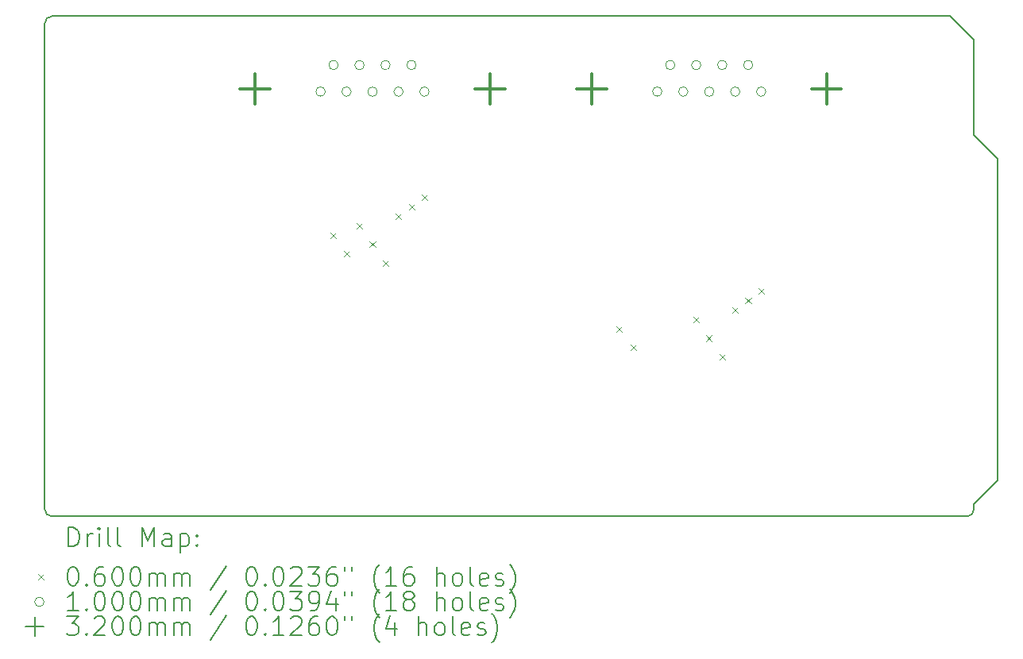
<source format=gbr>
%TF.GenerationSoftware,KiCad,Pcbnew,8.0.5*%
%TF.CreationDate,2024-09-14T17:32:59+01:00*%
%TF.ProjectId,RS232Board,52533233-3242-46f6-9172-642e6b696361,rev?*%
%TF.SameCoordinates,Original*%
%TF.FileFunction,Drillmap*%
%TF.FilePolarity,Positive*%
%FSLAX45Y45*%
G04 Gerber Fmt 4.5, Leading zero omitted, Abs format (unit mm)*
G04 Created by KiCad (PCBNEW 8.0.5) date 2024-09-14 17:32:59*
%MOMM*%
%LPD*%
G01*
G04 APERTURE LIST*
%ADD10C,0.150000*%
%ADD11C,0.200000*%
%ADD12C,0.100000*%
%ADD13C,0.320000*%
G04 APERTURE END LIST*
D10*
X19906000Y-5936000D02*
X20160000Y-6190000D01*
X10000000Y-9923800D02*
X10000000Y-4742200D01*
X20160000Y-6190000D02*
X20160000Y-9619000D01*
X19829800Y-10000000D02*
X10076200Y-10000000D01*
X10076200Y-4666000D02*
X19652000Y-4666000D01*
X10076200Y-10000000D02*
G75*
G02*
X10000000Y-9923800I0J76200D01*
G01*
X20160000Y-9619000D02*
X19906000Y-9873000D01*
X19652000Y-4666000D02*
X19906000Y-4920000D01*
X19906000Y-9923800D02*
G75*
G02*
X19829800Y-10000000I-76200J0D01*
G01*
X19906000Y-4920000D02*
X19906000Y-5936000D01*
X19906000Y-9873000D02*
X19906000Y-9923800D01*
X10000000Y-4742200D02*
G75*
G02*
X10076200Y-4666000I76200J0D01*
G01*
D11*
D12*
X13048000Y-6970000D02*
X13108000Y-7030000D01*
X13108000Y-6970000D02*
X13048000Y-7030000D01*
X13186500Y-7170000D02*
X13246500Y-7230000D01*
X13246500Y-7170000D02*
X13186500Y-7230000D01*
X13325000Y-6870000D02*
X13385000Y-6930000D01*
X13385000Y-6870000D02*
X13325000Y-6930000D01*
X13463500Y-7070000D02*
X13523500Y-7130000D01*
X13523500Y-7070000D02*
X13463500Y-7130000D01*
X13602000Y-7270000D02*
X13662000Y-7330000D01*
X13662000Y-7270000D02*
X13602000Y-7330000D01*
X13740500Y-6770000D02*
X13800500Y-6830000D01*
X13800500Y-6770000D02*
X13740500Y-6830000D01*
X13879000Y-6670000D02*
X13939000Y-6730000D01*
X13939000Y-6670000D02*
X13879000Y-6730000D01*
X14017500Y-6570000D02*
X14077500Y-6630000D01*
X14077500Y-6570000D02*
X14017500Y-6630000D01*
X16095000Y-7970000D02*
X16155000Y-8030000D01*
X16155000Y-7970000D02*
X16095000Y-8030000D01*
X16245000Y-8170000D02*
X16305000Y-8230000D01*
X16305000Y-8170000D02*
X16245000Y-8230000D01*
X16914500Y-7870000D02*
X16974500Y-7930000D01*
X16974500Y-7870000D02*
X16914500Y-7930000D01*
X17053000Y-8070000D02*
X17113000Y-8130000D01*
X17113000Y-8070000D02*
X17053000Y-8130000D01*
X17191500Y-8270000D02*
X17251500Y-8330000D01*
X17251500Y-8270000D02*
X17191500Y-8330000D01*
X17330000Y-7770000D02*
X17390000Y-7830000D01*
X17390000Y-7770000D02*
X17330000Y-7830000D01*
X17468500Y-7670000D02*
X17528500Y-7730000D01*
X17528500Y-7670000D02*
X17468500Y-7730000D01*
X17607000Y-7570000D02*
X17667000Y-7630000D01*
X17667000Y-7570000D02*
X17607000Y-7630000D01*
X12989500Y-5470533D02*
G75*
G02*
X12889500Y-5470533I-50000J0D01*
G01*
X12889500Y-5470533D02*
G75*
G02*
X12989500Y-5470533I50000J0D01*
G01*
X13128000Y-5186533D02*
G75*
G02*
X13028000Y-5186533I-50000J0D01*
G01*
X13028000Y-5186533D02*
G75*
G02*
X13128000Y-5186533I50000J0D01*
G01*
X13266500Y-5470533D02*
G75*
G02*
X13166500Y-5470533I-50000J0D01*
G01*
X13166500Y-5470533D02*
G75*
G02*
X13266500Y-5470533I50000J0D01*
G01*
X13405000Y-5186533D02*
G75*
G02*
X13305000Y-5186533I-50000J0D01*
G01*
X13305000Y-5186533D02*
G75*
G02*
X13405000Y-5186533I50000J0D01*
G01*
X13543500Y-5470533D02*
G75*
G02*
X13443500Y-5470533I-50000J0D01*
G01*
X13443500Y-5470533D02*
G75*
G02*
X13543500Y-5470533I50000J0D01*
G01*
X13682000Y-5186533D02*
G75*
G02*
X13582000Y-5186533I-50000J0D01*
G01*
X13582000Y-5186533D02*
G75*
G02*
X13682000Y-5186533I50000J0D01*
G01*
X13820500Y-5470533D02*
G75*
G02*
X13720500Y-5470533I-50000J0D01*
G01*
X13720500Y-5470533D02*
G75*
G02*
X13820500Y-5470533I50000J0D01*
G01*
X13959000Y-5186533D02*
G75*
G02*
X13859000Y-5186533I-50000J0D01*
G01*
X13859000Y-5186533D02*
G75*
G02*
X13959000Y-5186533I50000J0D01*
G01*
X14097500Y-5470533D02*
G75*
G02*
X13997500Y-5470533I-50000J0D01*
G01*
X13997500Y-5470533D02*
G75*
G02*
X14097500Y-5470533I50000J0D01*
G01*
X16579000Y-5470533D02*
G75*
G02*
X16479000Y-5470533I-50000J0D01*
G01*
X16479000Y-5470533D02*
G75*
G02*
X16579000Y-5470533I50000J0D01*
G01*
X16717500Y-5186533D02*
G75*
G02*
X16617500Y-5186533I-50000J0D01*
G01*
X16617500Y-5186533D02*
G75*
G02*
X16717500Y-5186533I50000J0D01*
G01*
X16856000Y-5470533D02*
G75*
G02*
X16756000Y-5470533I-50000J0D01*
G01*
X16756000Y-5470533D02*
G75*
G02*
X16856000Y-5470533I50000J0D01*
G01*
X16994500Y-5186533D02*
G75*
G02*
X16894500Y-5186533I-50000J0D01*
G01*
X16894500Y-5186533D02*
G75*
G02*
X16994500Y-5186533I50000J0D01*
G01*
X17133000Y-5470533D02*
G75*
G02*
X17033000Y-5470533I-50000J0D01*
G01*
X17033000Y-5470533D02*
G75*
G02*
X17133000Y-5470533I50000J0D01*
G01*
X17271500Y-5186533D02*
G75*
G02*
X17171500Y-5186533I-50000J0D01*
G01*
X17171500Y-5186533D02*
G75*
G02*
X17271500Y-5186533I50000J0D01*
G01*
X17410000Y-5470533D02*
G75*
G02*
X17310000Y-5470533I-50000J0D01*
G01*
X17310000Y-5470533D02*
G75*
G02*
X17410000Y-5470533I50000J0D01*
G01*
X17548500Y-5186533D02*
G75*
G02*
X17448500Y-5186533I-50000J0D01*
G01*
X17448500Y-5186533D02*
G75*
G02*
X17548500Y-5186533I50000J0D01*
G01*
X17687000Y-5470533D02*
G75*
G02*
X17587000Y-5470533I-50000J0D01*
G01*
X17587000Y-5470533D02*
G75*
G02*
X17687000Y-5470533I50000J0D01*
G01*
D13*
X12243500Y-5280533D02*
X12243500Y-5600533D01*
X12083500Y-5440533D02*
X12403500Y-5440533D01*
X14743500Y-5280533D02*
X14743500Y-5600533D01*
X14583500Y-5440533D02*
X14903500Y-5440533D01*
X15833000Y-5280533D02*
X15833000Y-5600533D01*
X15673000Y-5440533D02*
X15993000Y-5440533D01*
X18333000Y-5280533D02*
X18333000Y-5600533D01*
X18173000Y-5440533D02*
X18493000Y-5440533D01*
D11*
X10253277Y-10318984D02*
X10253277Y-10118984D01*
X10253277Y-10118984D02*
X10300896Y-10118984D01*
X10300896Y-10118984D02*
X10329467Y-10128508D01*
X10329467Y-10128508D02*
X10348515Y-10147555D01*
X10348515Y-10147555D02*
X10358039Y-10166603D01*
X10358039Y-10166603D02*
X10367563Y-10204698D01*
X10367563Y-10204698D02*
X10367563Y-10233270D01*
X10367563Y-10233270D02*
X10358039Y-10271365D01*
X10358039Y-10271365D02*
X10348515Y-10290412D01*
X10348515Y-10290412D02*
X10329467Y-10309460D01*
X10329467Y-10309460D02*
X10300896Y-10318984D01*
X10300896Y-10318984D02*
X10253277Y-10318984D01*
X10453277Y-10318984D02*
X10453277Y-10185650D01*
X10453277Y-10223746D02*
X10462801Y-10204698D01*
X10462801Y-10204698D02*
X10472324Y-10195174D01*
X10472324Y-10195174D02*
X10491372Y-10185650D01*
X10491372Y-10185650D02*
X10510420Y-10185650D01*
X10577086Y-10318984D02*
X10577086Y-10185650D01*
X10577086Y-10118984D02*
X10567563Y-10128508D01*
X10567563Y-10128508D02*
X10577086Y-10138031D01*
X10577086Y-10138031D02*
X10586610Y-10128508D01*
X10586610Y-10128508D02*
X10577086Y-10118984D01*
X10577086Y-10118984D02*
X10577086Y-10138031D01*
X10700896Y-10318984D02*
X10681848Y-10309460D01*
X10681848Y-10309460D02*
X10672324Y-10290412D01*
X10672324Y-10290412D02*
X10672324Y-10118984D01*
X10805658Y-10318984D02*
X10786610Y-10309460D01*
X10786610Y-10309460D02*
X10777086Y-10290412D01*
X10777086Y-10290412D02*
X10777086Y-10118984D01*
X11034229Y-10318984D02*
X11034229Y-10118984D01*
X11034229Y-10118984D02*
X11100896Y-10261841D01*
X11100896Y-10261841D02*
X11167563Y-10118984D01*
X11167563Y-10118984D02*
X11167563Y-10318984D01*
X11348515Y-10318984D02*
X11348515Y-10214222D01*
X11348515Y-10214222D02*
X11338991Y-10195174D01*
X11338991Y-10195174D02*
X11319943Y-10185650D01*
X11319943Y-10185650D02*
X11281848Y-10185650D01*
X11281848Y-10185650D02*
X11262801Y-10195174D01*
X11348515Y-10309460D02*
X11329467Y-10318984D01*
X11329467Y-10318984D02*
X11281848Y-10318984D01*
X11281848Y-10318984D02*
X11262801Y-10309460D01*
X11262801Y-10309460D02*
X11253277Y-10290412D01*
X11253277Y-10290412D02*
X11253277Y-10271365D01*
X11253277Y-10271365D02*
X11262801Y-10252317D01*
X11262801Y-10252317D02*
X11281848Y-10242793D01*
X11281848Y-10242793D02*
X11329467Y-10242793D01*
X11329467Y-10242793D02*
X11348515Y-10233270D01*
X11443753Y-10185650D02*
X11443753Y-10385650D01*
X11443753Y-10195174D02*
X11462801Y-10185650D01*
X11462801Y-10185650D02*
X11500896Y-10185650D01*
X11500896Y-10185650D02*
X11519943Y-10195174D01*
X11519943Y-10195174D02*
X11529467Y-10204698D01*
X11529467Y-10204698D02*
X11538991Y-10223746D01*
X11538991Y-10223746D02*
X11538991Y-10280889D01*
X11538991Y-10280889D02*
X11529467Y-10299936D01*
X11529467Y-10299936D02*
X11519943Y-10309460D01*
X11519943Y-10309460D02*
X11500896Y-10318984D01*
X11500896Y-10318984D02*
X11462801Y-10318984D01*
X11462801Y-10318984D02*
X11443753Y-10309460D01*
X11624705Y-10299936D02*
X11634229Y-10309460D01*
X11634229Y-10309460D02*
X11624705Y-10318984D01*
X11624705Y-10318984D02*
X11615182Y-10309460D01*
X11615182Y-10309460D02*
X11624705Y-10299936D01*
X11624705Y-10299936D02*
X11624705Y-10318984D01*
X11624705Y-10195174D02*
X11634229Y-10204698D01*
X11634229Y-10204698D02*
X11624705Y-10214222D01*
X11624705Y-10214222D02*
X11615182Y-10204698D01*
X11615182Y-10204698D02*
X11624705Y-10195174D01*
X11624705Y-10195174D02*
X11624705Y-10214222D01*
D12*
X9932500Y-10617500D02*
X9992500Y-10677500D01*
X9992500Y-10617500D02*
X9932500Y-10677500D01*
D11*
X10291372Y-10538984D02*
X10310420Y-10538984D01*
X10310420Y-10538984D02*
X10329467Y-10548508D01*
X10329467Y-10548508D02*
X10338991Y-10558031D01*
X10338991Y-10558031D02*
X10348515Y-10577079D01*
X10348515Y-10577079D02*
X10358039Y-10615174D01*
X10358039Y-10615174D02*
X10358039Y-10662793D01*
X10358039Y-10662793D02*
X10348515Y-10700889D01*
X10348515Y-10700889D02*
X10338991Y-10719936D01*
X10338991Y-10719936D02*
X10329467Y-10729460D01*
X10329467Y-10729460D02*
X10310420Y-10738984D01*
X10310420Y-10738984D02*
X10291372Y-10738984D01*
X10291372Y-10738984D02*
X10272324Y-10729460D01*
X10272324Y-10729460D02*
X10262801Y-10719936D01*
X10262801Y-10719936D02*
X10253277Y-10700889D01*
X10253277Y-10700889D02*
X10243753Y-10662793D01*
X10243753Y-10662793D02*
X10243753Y-10615174D01*
X10243753Y-10615174D02*
X10253277Y-10577079D01*
X10253277Y-10577079D02*
X10262801Y-10558031D01*
X10262801Y-10558031D02*
X10272324Y-10548508D01*
X10272324Y-10548508D02*
X10291372Y-10538984D01*
X10443753Y-10719936D02*
X10453277Y-10729460D01*
X10453277Y-10729460D02*
X10443753Y-10738984D01*
X10443753Y-10738984D02*
X10434229Y-10729460D01*
X10434229Y-10729460D02*
X10443753Y-10719936D01*
X10443753Y-10719936D02*
X10443753Y-10738984D01*
X10624705Y-10538984D02*
X10586610Y-10538984D01*
X10586610Y-10538984D02*
X10567563Y-10548508D01*
X10567563Y-10548508D02*
X10558039Y-10558031D01*
X10558039Y-10558031D02*
X10538991Y-10586603D01*
X10538991Y-10586603D02*
X10529467Y-10624698D01*
X10529467Y-10624698D02*
X10529467Y-10700889D01*
X10529467Y-10700889D02*
X10538991Y-10719936D01*
X10538991Y-10719936D02*
X10548515Y-10729460D01*
X10548515Y-10729460D02*
X10567563Y-10738984D01*
X10567563Y-10738984D02*
X10605658Y-10738984D01*
X10605658Y-10738984D02*
X10624705Y-10729460D01*
X10624705Y-10729460D02*
X10634229Y-10719936D01*
X10634229Y-10719936D02*
X10643753Y-10700889D01*
X10643753Y-10700889D02*
X10643753Y-10653270D01*
X10643753Y-10653270D02*
X10634229Y-10634222D01*
X10634229Y-10634222D02*
X10624705Y-10624698D01*
X10624705Y-10624698D02*
X10605658Y-10615174D01*
X10605658Y-10615174D02*
X10567563Y-10615174D01*
X10567563Y-10615174D02*
X10548515Y-10624698D01*
X10548515Y-10624698D02*
X10538991Y-10634222D01*
X10538991Y-10634222D02*
X10529467Y-10653270D01*
X10767563Y-10538984D02*
X10786610Y-10538984D01*
X10786610Y-10538984D02*
X10805658Y-10548508D01*
X10805658Y-10548508D02*
X10815182Y-10558031D01*
X10815182Y-10558031D02*
X10824705Y-10577079D01*
X10824705Y-10577079D02*
X10834229Y-10615174D01*
X10834229Y-10615174D02*
X10834229Y-10662793D01*
X10834229Y-10662793D02*
X10824705Y-10700889D01*
X10824705Y-10700889D02*
X10815182Y-10719936D01*
X10815182Y-10719936D02*
X10805658Y-10729460D01*
X10805658Y-10729460D02*
X10786610Y-10738984D01*
X10786610Y-10738984D02*
X10767563Y-10738984D01*
X10767563Y-10738984D02*
X10748515Y-10729460D01*
X10748515Y-10729460D02*
X10738991Y-10719936D01*
X10738991Y-10719936D02*
X10729467Y-10700889D01*
X10729467Y-10700889D02*
X10719944Y-10662793D01*
X10719944Y-10662793D02*
X10719944Y-10615174D01*
X10719944Y-10615174D02*
X10729467Y-10577079D01*
X10729467Y-10577079D02*
X10738991Y-10558031D01*
X10738991Y-10558031D02*
X10748515Y-10548508D01*
X10748515Y-10548508D02*
X10767563Y-10538984D01*
X10958039Y-10538984D02*
X10977086Y-10538984D01*
X10977086Y-10538984D02*
X10996134Y-10548508D01*
X10996134Y-10548508D02*
X11005658Y-10558031D01*
X11005658Y-10558031D02*
X11015182Y-10577079D01*
X11015182Y-10577079D02*
X11024705Y-10615174D01*
X11024705Y-10615174D02*
X11024705Y-10662793D01*
X11024705Y-10662793D02*
X11015182Y-10700889D01*
X11015182Y-10700889D02*
X11005658Y-10719936D01*
X11005658Y-10719936D02*
X10996134Y-10729460D01*
X10996134Y-10729460D02*
X10977086Y-10738984D01*
X10977086Y-10738984D02*
X10958039Y-10738984D01*
X10958039Y-10738984D02*
X10938991Y-10729460D01*
X10938991Y-10729460D02*
X10929467Y-10719936D01*
X10929467Y-10719936D02*
X10919944Y-10700889D01*
X10919944Y-10700889D02*
X10910420Y-10662793D01*
X10910420Y-10662793D02*
X10910420Y-10615174D01*
X10910420Y-10615174D02*
X10919944Y-10577079D01*
X10919944Y-10577079D02*
X10929467Y-10558031D01*
X10929467Y-10558031D02*
X10938991Y-10548508D01*
X10938991Y-10548508D02*
X10958039Y-10538984D01*
X11110420Y-10738984D02*
X11110420Y-10605650D01*
X11110420Y-10624698D02*
X11119944Y-10615174D01*
X11119944Y-10615174D02*
X11138991Y-10605650D01*
X11138991Y-10605650D02*
X11167563Y-10605650D01*
X11167563Y-10605650D02*
X11186610Y-10615174D01*
X11186610Y-10615174D02*
X11196134Y-10634222D01*
X11196134Y-10634222D02*
X11196134Y-10738984D01*
X11196134Y-10634222D02*
X11205658Y-10615174D01*
X11205658Y-10615174D02*
X11224705Y-10605650D01*
X11224705Y-10605650D02*
X11253277Y-10605650D01*
X11253277Y-10605650D02*
X11272324Y-10615174D01*
X11272324Y-10615174D02*
X11281848Y-10634222D01*
X11281848Y-10634222D02*
X11281848Y-10738984D01*
X11377086Y-10738984D02*
X11377086Y-10605650D01*
X11377086Y-10624698D02*
X11386610Y-10615174D01*
X11386610Y-10615174D02*
X11405658Y-10605650D01*
X11405658Y-10605650D02*
X11434229Y-10605650D01*
X11434229Y-10605650D02*
X11453277Y-10615174D01*
X11453277Y-10615174D02*
X11462801Y-10634222D01*
X11462801Y-10634222D02*
X11462801Y-10738984D01*
X11462801Y-10634222D02*
X11472324Y-10615174D01*
X11472324Y-10615174D02*
X11491372Y-10605650D01*
X11491372Y-10605650D02*
X11519943Y-10605650D01*
X11519943Y-10605650D02*
X11538991Y-10615174D01*
X11538991Y-10615174D02*
X11548515Y-10634222D01*
X11548515Y-10634222D02*
X11548515Y-10738984D01*
X11938991Y-10529460D02*
X11767563Y-10786603D01*
X12196134Y-10538984D02*
X12215182Y-10538984D01*
X12215182Y-10538984D02*
X12234229Y-10548508D01*
X12234229Y-10548508D02*
X12243753Y-10558031D01*
X12243753Y-10558031D02*
X12253277Y-10577079D01*
X12253277Y-10577079D02*
X12262801Y-10615174D01*
X12262801Y-10615174D02*
X12262801Y-10662793D01*
X12262801Y-10662793D02*
X12253277Y-10700889D01*
X12253277Y-10700889D02*
X12243753Y-10719936D01*
X12243753Y-10719936D02*
X12234229Y-10729460D01*
X12234229Y-10729460D02*
X12215182Y-10738984D01*
X12215182Y-10738984D02*
X12196134Y-10738984D01*
X12196134Y-10738984D02*
X12177086Y-10729460D01*
X12177086Y-10729460D02*
X12167563Y-10719936D01*
X12167563Y-10719936D02*
X12158039Y-10700889D01*
X12158039Y-10700889D02*
X12148515Y-10662793D01*
X12148515Y-10662793D02*
X12148515Y-10615174D01*
X12148515Y-10615174D02*
X12158039Y-10577079D01*
X12158039Y-10577079D02*
X12167563Y-10558031D01*
X12167563Y-10558031D02*
X12177086Y-10548508D01*
X12177086Y-10548508D02*
X12196134Y-10538984D01*
X12348515Y-10719936D02*
X12358039Y-10729460D01*
X12358039Y-10729460D02*
X12348515Y-10738984D01*
X12348515Y-10738984D02*
X12338991Y-10729460D01*
X12338991Y-10729460D02*
X12348515Y-10719936D01*
X12348515Y-10719936D02*
X12348515Y-10738984D01*
X12481848Y-10538984D02*
X12500896Y-10538984D01*
X12500896Y-10538984D02*
X12519944Y-10548508D01*
X12519944Y-10548508D02*
X12529467Y-10558031D01*
X12529467Y-10558031D02*
X12538991Y-10577079D01*
X12538991Y-10577079D02*
X12548515Y-10615174D01*
X12548515Y-10615174D02*
X12548515Y-10662793D01*
X12548515Y-10662793D02*
X12538991Y-10700889D01*
X12538991Y-10700889D02*
X12529467Y-10719936D01*
X12529467Y-10719936D02*
X12519944Y-10729460D01*
X12519944Y-10729460D02*
X12500896Y-10738984D01*
X12500896Y-10738984D02*
X12481848Y-10738984D01*
X12481848Y-10738984D02*
X12462801Y-10729460D01*
X12462801Y-10729460D02*
X12453277Y-10719936D01*
X12453277Y-10719936D02*
X12443753Y-10700889D01*
X12443753Y-10700889D02*
X12434229Y-10662793D01*
X12434229Y-10662793D02*
X12434229Y-10615174D01*
X12434229Y-10615174D02*
X12443753Y-10577079D01*
X12443753Y-10577079D02*
X12453277Y-10558031D01*
X12453277Y-10558031D02*
X12462801Y-10548508D01*
X12462801Y-10548508D02*
X12481848Y-10538984D01*
X12624706Y-10558031D02*
X12634229Y-10548508D01*
X12634229Y-10548508D02*
X12653277Y-10538984D01*
X12653277Y-10538984D02*
X12700896Y-10538984D01*
X12700896Y-10538984D02*
X12719944Y-10548508D01*
X12719944Y-10548508D02*
X12729467Y-10558031D01*
X12729467Y-10558031D02*
X12738991Y-10577079D01*
X12738991Y-10577079D02*
X12738991Y-10596127D01*
X12738991Y-10596127D02*
X12729467Y-10624698D01*
X12729467Y-10624698D02*
X12615182Y-10738984D01*
X12615182Y-10738984D02*
X12738991Y-10738984D01*
X12805658Y-10538984D02*
X12929467Y-10538984D01*
X12929467Y-10538984D02*
X12862801Y-10615174D01*
X12862801Y-10615174D02*
X12891372Y-10615174D01*
X12891372Y-10615174D02*
X12910420Y-10624698D01*
X12910420Y-10624698D02*
X12919944Y-10634222D01*
X12919944Y-10634222D02*
X12929467Y-10653270D01*
X12929467Y-10653270D02*
X12929467Y-10700889D01*
X12929467Y-10700889D02*
X12919944Y-10719936D01*
X12919944Y-10719936D02*
X12910420Y-10729460D01*
X12910420Y-10729460D02*
X12891372Y-10738984D01*
X12891372Y-10738984D02*
X12834229Y-10738984D01*
X12834229Y-10738984D02*
X12815182Y-10729460D01*
X12815182Y-10729460D02*
X12805658Y-10719936D01*
X13100896Y-10538984D02*
X13062801Y-10538984D01*
X13062801Y-10538984D02*
X13043753Y-10548508D01*
X13043753Y-10548508D02*
X13034229Y-10558031D01*
X13034229Y-10558031D02*
X13015182Y-10586603D01*
X13015182Y-10586603D02*
X13005658Y-10624698D01*
X13005658Y-10624698D02*
X13005658Y-10700889D01*
X13005658Y-10700889D02*
X13015182Y-10719936D01*
X13015182Y-10719936D02*
X13024706Y-10729460D01*
X13024706Y-10729460D02*
X13043753Y-10738984D01*
X13043753Y-10738984D02*
X13081848Y-10738984D01*
X13081848Y-10738984D02*
X13100896Y-10729460D01*
X13100896Y-10729460D02*
X13110420Y-10719936D01*
X13110420Y-10719936D02*
X13119944Y-10700889D01*
X13119944Y-10700889D02*
X13119944Y-10653270D01*
X13119944Y-10653270D02*
X13110420Y-10634222D01*
X13110420Y-10634222D02*
X13100896Y-10624698D01*
X13100896Y-10624698D02*
X13081848Y-10615174D01*
X13081848Y-10615174D02*
X13043753Y-10615174D01*
X13043753Y-10615174D02*
X13024706Y-10624698D01*
X13024706Y-10624698D02*
X13015182Y-10634222D01*
X13015182Y-10634222D02*
X13005658Y-10653270D01*
X13196134Y-10538984D02*
X13196134Y-10577079D01*
X13272325Y-10538984D02*
X13272325Y-10577079D01*
X13567563Y-10815174D02*
X13558039Y-10805650D01*
X13558039Y-10805650D02*
X13538991Y-10777079D01*
X13538991Y-10777079D02*
X13529468Y-10758031D01*
X13529468Y-10758031D02*
X13519944Y-10729460D01*
X13519944Y-10729460D02*
X13510420Y-10681841D01*
X13510420Y-10681841D02*
X13510420Y-10643746D01*
X13510420Y-10643746D02*
X13519944Y-10596127D01*
X13519944Y-10596127D02*
X13529468Y-10567555D01*
X13529468Y-10567555D02*
X13538991Y-10548508D01*
X13538991Y-10548508D02*
X13558039Y-10519936D01*
X13558039Y-10519936D02*
X13567563Y-10510412D01*
X13748515Y-10738984D02*
X13634229Y-10738984D01*
X13691372Y-10738984D02*
X13691372Y-10538984D01*
X13691372Y-10538984D02*
X13672325Y-10567555D01*
X13672325Y-10567555D02*
X13653277Y-10586603D01*
X13653277Y-10586603D02*
X13634229Y-10596127D01*
X13919944Y-10538984D02*
X13881848Y-10538984D01*
X13881848Y-10538984D02*
X13862801Y-10548508D01*
X13862801Y-10548508D02*
X13853277Y-10558031D01*
X13853277Y-10558031D02*
X13834229Y-10586603D01*
X13834229Y-10586603D02*
X13824706Y-10624698D01*
X13824706Y-10624698D02*
X13824706Y-10700889D01*
X13824706Y-10700889D02*
X13834229Y-10719936D01*
X13834229Y-10719936D02*
X13843753Y-10729460D01*
X13843753Y-10729460D02*
X13862801Y-10738984D01*
X13862801Y-10738984D02*
X13900896Y-10738984D01*
X13900896Y-10738984D02*
X13919944Y-10729460D01*
X13919944Y-10729460D02*
X13929468Y-10719936D01*
X13929468Y-10719936D02*
X13938991Y-10700889D01*
X13938991Y-10700889D02*
X13938991Y-10653270D01*
X13938991Y-10653270D02*
X13929468Y-10634222D01*
X13929468Y-10634222D02*
X13919944Y-10624698D01*
X13919944Y-10624698D02*
X13900896Y-10615174D01*
X13900896Y-10615174D02*
X13862801Y-10615174D01*
X13862801Y-10615174D02*
X13843753Y-10624698D01*
X13843753Y-10624698D02*
X13834229Y-10634222D01*
X13834229Y-10634222D02*
X13824706Y-10653270D01*
X14177087Y-10738984D02*
X14177087Y-10538984D01*
X14262801Y-10738984D02*
X14262801Y-10634222D01*
X14262801Y-10634222D02*
X14253277Y-10615174D01*
X14253277Y-10615174D02*
X14234230Y-10605650D01*
X14234230Y-10605650D02*
X14205658Y-10605650D01*
X14205658Y-10605650D02*
X14186610Y-10615174D01*
X14186610Y-10615174D02*
X14177087Y-10624698D01*
X14386610Y-10738984D02*
X14367563Y-10729460D01*
X14367563Y-10729460D02*
X14358039Y-10719936D01*
X14358039Y-10719936D02*
X14348515Y-10700889D01*
X14348515Y-10700889D02*
X14348515Y-10643746D01*
X14348515Y-10643746D02*
X14358039Y-10624698D01*
X14358039Y-10624698D02*
X14367563Y-10615174D01*
X14367563Y-10615174D02*
X14386610Y-10605650D01*
X14386610Y-10605650D02*
X14415182Y-10605650D01*
X14415182Y-10605650D02*
X14434230Y-10615174D01*
X14434230Y-10615174D02*
X14443753Y-10624698D01*
X14443753Y-10624698D02*
X14453277Y-10643746D01*
X14453277Y-10643746D02*
X14453277Y-10700889D01*
X14453277Y-10700889D02*
X14443753Y-10719936D01*
X14443753Y-10719936D02*
X14434230Y-10729460D01*
X14434230Y-10729460D02*
X14415182Y-10738984D01*
X14415182Y-10738984D02*
X14386610Y-10738984D01*
X14567563Y-10738984D02*
X14548515Y-10729460D01*
X14548515Y-10729460D02*
X14538991Y-10710412D01*
X14538991Y-10710412D02*
X14538991Y-10538984D01*
X14719944Y-10729460D02*
X14700896Y-10738984D01*
X14700896Y-10738984D02*
X14662801Y-10738984D01*
X14662801Y-10738984D02*
X14643753Y-10729460D01*
X14643753Y-10729460D02*
X14634230Y-10710412D01*
X14634230Y-10710412D02*
X14634230Y-10634222D01*
X14634230Y-10634222D02*
X14643753Y-10615174D01*
X14643753Y-10615174D02*
X14662801Y-10605650D01*
X14662801Y-10605650D02*
X14700896Y-10605650D01*
X14700896Y-10605650D02*
X14719944Y-10615174D01*
X14719944Y-10615174D02*
X14729468Y-10634222D01*
X14729468Y-10634222D02*
X14729468Y-10653270D01*
X14729468Y-10653270D02*
X14634230Y-10672317D01*
X14805658Y-10729460D02*
X14824706Y-10738984D01*
X14824706Y-10738984D02*
X14862801Y-10738984D01*
X14862801Y-10738984D02*
X14881849Y-10729460D01*
X14881849Y-10729460D02*
X14891372Y-10710412D01*
X14891372Y-10710412D02*
X14891372Y-10700889D01*
X14891372Y-10700889D02*
X14881849Y-10681841D01*
X14881849Y-10681841D02*
X14862801Y-10672317D01*
X14862801Y-10672317D02*
X14834230Y-10672317D01*
X14834230Y-10672317D02*
X14815182Y-10662793D01*
X14815182Y-10662793D02*
X14805658Y-10643746D01*
X14805658Y-10643746D02*
X14805658Y-10634222D01*
X14805658Y-10634222D02*
X14815182Y-10615174D01*
X14815182Y-10615174D02*
X14834230Y-10605650D01*
X14834230Y-10605650D02*
X14862801Y-10605650D01*
X14862801Y-10605650D02*
X14881849Y-10615174D01*
X14958039Y-10815174D02*
X14967563Y-10805650D01*
X14967563Y-10805650D02*
X14986611Y-10777079D01*
X14986611Y-10777079D02*
X14996134Y-10758031D01*
X14996134Y-10758031D02*
X15005658Y-10729460D01*
X15005658Y-10729460D02*
X15015182Y-10681841D01*
X15015182Y-10681841D02*
X15015182Y-10643746D01*
X15015182Y-10643746D02*
X15005658Y-10596127D01*
X15005658Y-10596127D02*
X14996134Y-10567555D01*
X14996134Y-10567555D02*
X14986611Y-10548508D01*
X14986611Y-10548508D02*
X14967563Y-10519936D01*
X14967563Y-10519936D02*
X14958039Y-10510412D01*
D12*
X9992500Y-10911500D02*
G75*
G02*
X9892500Y-10911500I-50000J0D01*
G01*
X9892500Y-10911500D02*
G75*
G02*
X9992500Y-10911500I50000J0D01*
G01*
D11*
X10358039Y-11002984D02*
X10243753Y-11002984D01*
X10300896Y-11002984D02*
X10300896Y-10802984D01*
X10300896Y-10802984D02*
X10281848Y-10831555D01*
X10281848Y-10831555D02*
X10262801Y-10850603D01*
X10262801Y-10850603D02*
X10243753Y-10860127D01*
X10443753Y-10983936D02*
X10453277Y-10993460D01*
X10453277Y-10993460D02*
X10443753Y-11002984D01*
X10443753Y-11002984D02*
X10434229Y-10993460D01*
X10434229Y-10993460D02*
X10443753Y-10983936D01*
X10443753Y-10983936D02*
X10443753Y-11002984D01*
X10577086Y-10802984D02*
X10596134Y-10802984D01*
X10596134Y-10802984D02*
X10615182Y-10812508D01*
X10615182Y-10812508D02*
X10624705Y-10822031D01*
X10624705Y-10822031D02*
X10634229Y-10841079D01*
X10634229Y-10841079D02*
X10643753Y-10879174D01*
X10643753Y-10879174D02*
X10643753Y-10926793D01*
X10643753Y-10926793D02*
X10634229Y-10964889D01*
X10634229Y-10964889D02*
X10624705Y-10983936D01*
X10624705Y-10983936D02*
X10615182Y-10993460D01*
X10615182Y-10993460D02*
X10596134Y-11002984D01*
X10596134Y-11002984D02*
X10577086Y-11002984D01*
X10577086Y-11002984D02*
X10558039Y-10993460D01*
X10558039Y-10993460D02*
X10548515Y-10983936D01*
X10548515Y-10983936D02*
X10538991Y-10964889D01*
X10538991Y-10964889D02*
X10529467Y-10926793D01*
X10529467Y-10926793D02*
X10529467Y-10879174D01*
X10529467Y-10879174D02*
X10538991Y-10841079D01*
X10538991Y-10841079D02*
X10548515Y-10822031D01*
X10548515Y-10822031D02*
X10558039Y-10812508D01*
X10558039Y-10812508D02*
X10577086Y-10802984D01*
X10767563Y-10802984D02*
X10786610Y-10802984D01*
X10786610Y-10802984D02*
X10805658Y-10812508D01*
X10805658Y-10812508D02*
X10815182Y-10822031D01*
X10815182Y-10822031D02*
X10824705Y-10841079D01*
X10824705Y-10841079D02*
X10834229Y-10879174D01*
X10834229Y-10879174D02*
X10834229Y-10926793D01*
X10834229Y-10926793D02*
X10824705Y-10964889D01*
X10824705Y-10964889D02*
X10815182Y-10983936D01*
X10815182Y-10983936D02*
X10805658Y-10993460D01*
X10805658Y-10993460D02*
X10786610Y-11002984D01*
X10786610Y-11002984D02*
X10767563Y-11002984D01*
X10767563Y-11002984D02*
X10748515Y-10993460D01*
X10748515Y-10993460D02*
X10738991Y-10983936D01*
X10738991Y-10983936D02*
X10729467Y-10964889D01*
X10729467Y-10964889D02*
X10719944Y-10926793D01*
X10719944Y-10926793D02*
X10719944Y-10879174D01*
X10719944Y-10879174D02*
X10729467Y-10841079D01*
X10729467Y-10841079D02*
X10738991Y-10822031D01*
X10738991Y-10822031D02*
X10748515Y-10812508D01*
X10748515Y-10812508D02*
X10767563Y-10802984D01*
X10958039Y-10802984D02*
X10977086Y-10802984D01*
X10977086Y-10802984D02*
X10996134Y-10812508D01*
X10996134Y-10812508D02*
X11005658Y-10822031D01*
X11005658Y-10822031D02*
X11015182Y-10841079D01*
X11015182Y-10841079D02*
X11024705Y-10879174D01*
X11024705Y-10879174D02*
X11024705Y-10926793D01*
X11024705Y-10926793D02*
X11015182Y-10964889D01*
X11015182Y-10964889D02*
X11005658Y-10983936D01*
X11005658Y-10983936D02*
X10996134Y-10993460D01*
X10996134Y-10993460D02*
X10977086Y-11002984D01*
X10977086Y-11002984D02*
X10958039Y-11002984D01*
X10958039Y-11002984D02*
X10938991Y-10993460D01*
X10938991Y-10993460D02*
X10929467Y-10983936D01*
X10929467Y-10983936D02*
X10919944Y-10964889D01*
X10919944Y-10964889D02*
X10910420Y-10926793D01*
X10910420Y-10926793D02*
X10910420Y-10879174D01*
X10910420Y-10879174D02*
X10919944Y-10841079D01*
X10919944Y-10841079D02*
X10929467Y-10822031D01*
X10929467Y-10822031D02*
X10938991Y-10812508D01*
X10938991Y-10812508D02*
X10958039Y-10802984D01*
X11110420Y-11002984D02*
X11110420Y-10869650D01*
X11110420Y-10888698D02*
X11119944Y-10879174D01*
X11119944Y-10879174D02*
X11138991Y-10869650D01*
X11138991Y-10869650D02*
X11167563Y-10869650D01*
X11167563Y-10869650D02*
X11186610Y-10879174D01*
X11186610Y-10879174D02*
X11196134Y-10898222D01*
X11196134Y-10898222D02*
X11196134Y-11002984D01*
X11196134Y-10898222D02*
X11205658Y-10879174D01*
X11205658Y-10879174D02*
X11224705Y-10869650D01*
X11224705Y-10869650D02*
X11253277Y-10869650D01*
X11253277Y-10869650D02*
X11272324Y-10879174D01*
X11272324Y-10879174D02*
X11281848Y-10898222D01*
X11281848Y-10898222D02*
X11281848Y-11002984D01*
X11377086Y-11002984D02*
X11377086Y-10869650D01*
X11377086Y-10888698D02*
X11386610Y-10879174D01*
X11386610Y-10879174D02*
X11405658Y-10869650D01*
X11405658Y-10869650D02*
X11434229Y-10869650D01*
X11434229Y-10869650D02*
X11453277Y-10879174D01*
X11453277Y-10879174D02*
X11462801Y-10898222D01*
X11462801Y-10898222D02*
X11462801Y-11002984D01*
X11462801Y-10898222D02*
X11472324Y-10879174D01*
X11472324Y-10879174D02*
X11491372Y-10869650D01*
X11491372Y-10869650D02*
X11519943Y-10869650D01*
X11519943Y-10869650D02*
X11538991Y-10879174D01*
X11538991Y-10879174D02*
X11548515Y-10898222D01*
X11548515Y-10898222D02*
X11548515Y-11002984D01*
X11938991Y-10793460D02*
X11767563Y-11050603D01*
X12196134Y-10802984D02*
X12215182Y-10802984D01*
X12215182Y-10802984D02*
X12234229Y-10812508D01*
X12234229Y-10812508D02*
X12243753Y-10822031D01*
X12243753Y-10822031D02*
X12253277Y-10841079D01*
X12253277Y-10841079D02*
X12262801Y-10879174D01*
X12262801Y-10879174D02*
X12262801Y-10926793D01*
X12262801Y-10926793D02*
X12253277Y-10964889D01*
X12253277Y-10964889D02*
X12243753Y-10983936D01*
X12243753Y-10983936D02*
X12234229Y-10993460D01*
X12234229Y-10993460D02*
X12215182Y-11002984D01*
X12215182Y-11002984D02*
X12196134Y-11002984D01*
X12196134Y-11002984D02*
X12177086Y-10993460D01*
X12177086Y-10993460D02*
X12167563Y-10983936D01*
X12167563Y-10983936D02*
X12158039Y-10964889D01*
X12158039Y-10964889D02*
X12148515Y-10926793D01*
X12148515Y-10926793D02*
X12148515Y-10879174D01*
X12148515Y-10879174D02*
X12158039Y-10841079D01*
X12158039Y-10841079D02*
X12167563Y-10822031D01*
X12167563Y-10822031D02*
X12177086Y-10812508D01*
X12177086Y-10812508D02*
X12196134Y-10802984D01*
X12348515Y-10983936D02*
X12358039Y-10993460D01*
X12358039Y-10993460D02*
X12348515Y-11002984D01*
X12348515Y-11002984D02*
X12338991Y-10993460D01*
X12338991Y-10993460D02*
X12348515Y-10983936D01*
X12348515Y-10983936D02*
X12348515Y-11002984D01*
X12481848Y-10802984D02*
X12500896Y-10802984D01*
X12500896Y-10802984D02*
X12519944Y-10812508D01*
X12519944Y-10812508D02*
X12529467Y-10822031D01*
X12529467Y-10822031D02*
X12538991Y-10841079D01*
X12538991Y-10841079D02*
X12548515Y-10879174D01*
X12548515Y-10879174D02*
X12548515Y-10926793D01*
X12548515Y-10926793D02*
X12538991Y-10964889D01*
X12538991Y-10964889D02*
X12529467Y-10983936D01*
X12529467Y-10983936D02*
X12519944Y-10993460D01*
X12519944Y-10993460D02*
X12500896Y-11002984D01*
X12500896Y-11002984D02*
X12481848Y-11002984D01*
X12481848Y-11002984D02*
X12462801Y-10993460D01*
X12462801Y-10993460D02*
X12453277Y-10983936D01*
X12453277Y-10983936D02*
X12443753Y-10964889D01*
X12443753Y-10964889D02*
X12434229Y-10926793D01*
X12434229Y-10926793D02*
X12434229Y-10879174D01*
X12434229Y-10879174D02*
X12443753Y-10841079D01*
X12443753Y-10841079D02*
X12453277Y-10822031D01*
X12453277Y-10822031D02*
X12462801Y-10812508D01*
X12462801Y-10812508D02*
X12481848Y-10802984D01*
X12615182Y-10802984D02*
X12738991Y-10802984D01*
X12738991Y-10802984D02*
X12672325Y-10879174D01*
X12672325Y-10879174D02*
X12700896Y-10879174D01*
X12700896Y-10879174D02*
X12719944Y-10888698D01*
X12719944Y-10888698D02*
X12729467Y-10898222D01*
X12729467Y-10898222D02*
X12738991Y-10917270D01*
X12738991Y-10917270D02*
X12738991Y-10964889D01*
X12738991Y-10964889D02*
X12729467Y-10983936D01*
X12729467Y-10983936D02*
X12719944Y-10993460D01*
X12719944Y-10993460D02*
X12700896Y-11002984D01*
X12700896Y-11002984D02*
X12643753Y-11002984D01*
X12643753Y-11002984D02*
X12624706Y-10993460D01*
X12624706Y-10993460D02*
X12615182Y-10983936D01*
X12834229Y-11002984D02*
X12872325Y-11002984D01*
X12872325Y-11002984D02*
X12891372Y-10993460D01*
X12891372Y-10993460D02*
X12900896Y-10983936D01*
X12900896Y-10983936D02*
X12919944Y-10955365D01*
X12919944Y-10955365D02*
X12929467Y-10917270D01*
X12929467Y-10917270D02*
X12929467Y-10841079D01*
X12929467Y-10841079D02*
X12919944Y-10822031D01*
X12919944Y-10822031D02*
X12910420Y-10812508D01*
X12910420Y-10812508D02*
X12891372Y-10802984D01*
X12891372Y-10802984D02*
X12853277Y-10802984D01*
X12853277Y-10802984D02*
X12834229Y-10812508D01*
X12834229Y-10812508D02*
X12824706Y-10822031D01*
X12824706Y-10822031D02*
X12815182Y-10841079D01*
X12815182Y-10841079D02*
X12815182Y-10888698D01*
X12815182Y-10888698D02*
X12824706Y-10907746D01*
X12824706Y-10907746D02*
X12834229Y-10917270D01*
X12834229Y-10917270D02*
X12853277Y-10926793D01*
X12853277Y-10926793D02*
X12891372Y-10926793D01*
X12891372Y-10926793D02*
X12910420Y-10917270D01*
X12910420Y-10917270D02*
X12919944Y-10907746D01*
X12919944Y-10907746D02*
X12929467Y-10888698D01*
X13100896Y-10869650D02*
X13100896Y-11002984D01*
X13053277Y-10793460D02*
X13005658Y-10936317D01*
X13005658Y-10936317D02*
X13129467Y-10936317D01*
X13196134Y-10802984D02*
X13196134Y-10841079D01*
X13272325Y-10802984D02*
X13272325Y-10841079D01*
X13567563Y-11079174D02*
X13558039Y-11069650D01*
X13558039Y-11069650D02*
X13538991Y-11041079D01*
X13538991Y-11041079D02*
X13529468Y-11022031D01*
X13529468Y-11022031D02*
X13519944Y-10993460D01*
X13519944Y-10993460D02*
X13510420Y-10945841D01*
X13510420Y-10945841D02*
X13510420Y-10907746D01*
X13510420Y-10907746D02*
X13519944Y-10860127D01*
X13519944Y-10860127D02*
X13529468Y-10831555D01*
X13529468Y-10831555D02*
X13538991Y-10812508D01*
X13538991Y-10812508D02*
X13558039Y-10783936D01*
X13558039Y-10783936D02*
X13567563Y-10774412D01*
X13748515Y-11002984D02*
X13634229Y-11002984D01*
X13691372Y-11002984D02*
X13691372Y-10802984D01*
X13691372Y-10802984D02*
X13672325Y-10831555D01*
X13672325Y-10831555D02*
X13653277Y-10850603D01*
X13653277Y-10850603D02*
X13634229Y-10860127D01*
X13862801Y-10888698D02*
X13843753Y-10879174D01*
X13843753Y-10879174D02*
X13834229Y-10869650D01*
X13834229Y-10869650D02*
X13824706Y-10850603D01*
X13824706Y-10850603D02*
X13824706Y-10841079D01*
X13824706Y-10841079D02*
X13834229Y-10822031D01*
X13834229Y-10822031D02*
X13843753Y-10812508D01*
X13843753Y-10812508D02*
X13862801Y-10802984D01*
X13862801Y-10802984D02*
X13900896Y-10802984D01*
X13900896Y-10802984D02*
X13919944Y-10812508D01*
X13919944Y-10812508D02*
X13929468Y-10822031D01*
X13929468Y-10822031D02*
X13938991Y-10841079D01*
X13938991Y-10841079D02*
X13938991Y-10850603D01*
X13938991Y-10850603D02*
X13929468Y-10869650D01*
X13929468Y-10869650D02*
X13919944Y-10879174D01*
X13919944Y-10879174D02*
X13900896Y-10888698D01*
X13900896Y-10888698D02*
X13862801Y-10888698D01*
X13862801Y-10888698D02*
X13843753Y-10898222D01*
X13843753Y-10898222D02*
X13834229Y-10907746D01*
X13834229Y-10907746D02*
X13824706Y-10926793D01*
X13824706Y-10926793D02*
X13824706Y-10964889D01*
X13824706Y-10964889D02*
X13834229Y-10983936D01*
X13834229Y-10983936D02*
X13843753Y-10993460D01*
X13843753Y-10993460D02*
X13862801Y-11002984D01*
X13862801Y-11002984D02*
X13900896Y-11002984D01*
X13900896Y-11002984D02*
X13919944Y-10993460D01*
X13919944Y-10993460D02*
X13929468Y-10983936D01*
X13929468Y-10983936D02*
X13938991Y-10964889D01*
X13938991Y-10964889D02*
X13938991Y-10926793D01*
X13938991Y-10926793D02*
X13929468Y-10907746D01*
X13929468Y-10907746D02*
X13919944Y-10898222D01*
X13919944Y-10898222D02*
X13900896Y-10888698D01*
X14177087Y-11002984D02*
X14177087Y-10802984D01*
X14262801Y-11002984D02*
X14262801Y-10898222D01*
X14262801Y-10898222D02*
X14253277Y-10879174D01*
X14253277Y-10879174D02*
X14234230Y-10869650D01*
X14234230Y-10869650D02*
X14205658Y-10869650D01*
X14205658Y-10869650D02*
X14186610Y-10879174D01*
X14186610Y-10879174D02*
X14177087Y-10888698D01*
X14386610Y-11002984D02*
X14367563Y-10993460D01*
X14367563Y-10993460D02*
X14358039Y-10983936D01*
X14358039Y-10983936D02*
X14348515Y-10964889D01*
X14348515Y-10964889D02*
X14348515Y-10907746D01*
X14348515Y-10907746D02*
X14358039Y-10888698D01*
X14358039Y-10888698D02*
X14367563Y-10879174D01*
X14367563Y-10879174D02*
X14386610Y-10869650D01*
X14386610Y-10869650D02*
X14415182Y-10869650D01*
X14415182Y-10869650D02*
X14434230Y-10879174D01*
X14434230Y-10879174D02*
X14443753Y-10888698D01*
X14443753Y-10888698D02*
X14453277Y-10907746D01*
X14453277Y-10907746D02*
X14453277Y-10964889D01*
X14453277Y-10964889D02*
X14443753Y-10983936D01*
X14443753Y-10983936D02*
X14434230Y-10993460D01*
X14434230Y-10993460D02*
X14415182Y-11002984D01*
X14415182Y-11002984D02*
X14386610Y-11002984D01*
X14567563Y-11002984D02*
X14548515Y-10993460D01*
X14548515Y-10993460D02*
X14538991Y-10974412D01*
X14538991Y-10974412D02*
X14538991Y-10802984D01*
X14719944Y-10993460D02*
X14700896Y-11002984D01*
X14700896Y-11002984D02*
X14662801Y-11002984D01*
X14662801Y-11002984D02*
X14643753Y-10993460D01*
X14643753Y-10993460D02*
X14634230Y-10974412D01*
X14634230Y-10974412D02*
X14634230Y-10898222D01*
X14634230Y-10898222D02*
X14643753Y-10879174D01*
X14643753Y-10879174D02*
X14662801Y-10869650D01*
X14662801Y-10869650D02*
X14700896Y-10869650D01*
X14700896Y-10869650D02*
X14719944Y-10879174D01*
X14719944Y-10879174D02*
X14729468Y-10898222D01*
X14729468Y-10898222D02*
X14729468Y-10917270D01*
X14729468Y-10917270D02*
X14634230Y-10936317D01*
X14805658Y-10993460D02*
X14824706Y-11002984D01*
X14824706Y-11002984D02*
X14862801Y-11002984D01*
X14862801Y-11002984D02*
X14881849Y-10993460D01*
X14881849Y-10993460D02*
X14891372Y-10974412D01*
X14891372Y-10974412D02*
X14891372Y-10964889D01*
X14891372Y-10964889D02*
X14881849Y-10945841D01*
X14881849Y-10945841D02*
X14862801Y-10936317D01*
X14862801Y-10936317D02*
X14834230Y-10936317D01*
X14834230Y-10936317D02*
X14815182Y-10926793D01*
X14815182Y-10926793D02*
X14805658Y-10907746D01*
X14805658Y-10907746D02*
X14805658Y-10898222D01*
X14805658Y-10898222D02*
X14815182Y-10879174D01*
X14815182Y-10879174D02*
X14834230Y-10869650D01*
X14834230Y-10869650D02*
X14862801Y-10869650D01*
X14862801Y-10869650D02*
X14881849Y-10879174D01*
X14958039Y-11079174D02*
X14967563Y-11069650D01*
X14967563Y-11069650D02*
X14986611Y-11041079D01*
X14986611Y-11041079D02*
X14996134Y-11022031D01*
X14996134Y-11022031D02*
X15005658Y-10993460D01*
X15005658Y-10993460D02*
X15015182Y-10945841D01*
X15015182Y-10945841D02*
X15015182Y-10907746D01*
X15015182Y-10907746D02*
X15005658Y-10860127D01*
X15005658Y-10860127D02*
X14996134Y-10831555D01*
X14996134Y-10831555D02*
X14986611Y-10812508D01*
X14986611Y-10812508D02*
X14967563Y-10783936D01*
X14967563Y-10783936D02*
X14958039Y-10774412D01*
X9892500Y-11075500D02*
X9892500Y-11275500D01*
X9792500Y-11175500D02*
X9992500Y-11175500D01*
X10234229Y-11066984D02*
X10358039Y-11066984D01*
X10358039Y-11066984D02*
X10291372Y-11143174D01*
X10291372Y-11143174D02*
X10319944Y-11143174D01*
X10319944Y-11143174D02*
X10338991Y-11152698D01*
X10338991Y-11152698D02*
X10348515Y-11162222D01*
X10348515Y-11162222D02*
X10358039Y-11181270D01*
X10358039Y-11181270D02*
X10358039Y-11228888D01*
X10358039Y-11228888D02*
X10348515Y-11247936D01*
X10348515Y-11247936D02*
X10338991Y-11257460D01*
X10338991Y-11257460D02*
X10319944Y-11266984D01*
X10319944Y-11266984D02*
X10262801Y-11266984D01*
X10262801Y-11266984D02*
X10243753Y-11257460D01*
X10243753Y-11257460D02*
X10234229Y-11247936D01*
X10443753Y-11247936D02*
X10453277Y-11257460D01*
X10453277Y-11257460D02*
X10443753Y-11266984D01*
X10443753Y-11266984D02*
X10434229Y-11257460D01*
X10434229Y-11257460D02*
X10443753Y-11247936D01*
X10443753Y-11247936D02*
X10443753Y-11266984D01*
X10529467Y-11086031D02*
X10538991Y-11076508D01*
X10538991Y-11076508D02*
X10558039Y-11066984D01*
X10558039Y-11066984D02*
X10605658Y-11066984D01*
X10605658Y-11066984D02*
X10624705Y-11076508D01*
X10624705Y-11076508D02*
X10634229Y-11086031D01*
X10634229Y-11086031D02*
X10643753Y-11105079D01*
X10643753Y-11105079D02*
X10643753Y-11124127D01*
X10643753Y-11124127D02*
X10634229Y-11152698D01*
X10634229Y-11152698D02*
X10519944Y-11266984D01*
X10519944Y-11266984D02*
X10643753Y-11266984D01*
X10767563Y-11066984D02*
X10786610Y-11066984D01*
X10786610Y-11066984D02*
X10805658Y-11076508D01*
X10805658Y-11076508D02*
X10815182Y-11086031D01*
X10815182Y-11086031D02*
X10824705Y-11105079D01*
X10824705Y-11105079D02*
X10834229Y-11143174D01*
X10834229Y-11143174D02*
X10834229Y-11190793D01*
X10834229Y-11190793D02*
X10824705Y-11228888D01*
X10824705Y-11228888D02*
X10815182Y-11247936D01*
X10815182Y-11247936D02*
X10805658Y-11257460D01*
X10805658Y-11257460D02*
X10786610Y-11266984D01*
X10786610Y-11266984D02*
X10767563Y-11266984D01*
X10767563Y-11266984D02*
X10748515Y-11257460D01*
X10748515Y-11257460D02*
X10738991Y-11247936D01*
X10738991Y-11247936D02*
X10729467Y-11228888D01*
X10729467Y-11228888D02*
X10719944Y-11190793D01*
X10719944Y-11190793D02*
X10719944Y-11143174D01*
X10719944Y-11143174D02*
X10729467Y-11105079D01*
X10729467Y-11105079D02*
X10738991Y-11086031D01*
X10738991Y-11086031D02*
X10748515Y-11076508D01*
X10748515Y-11076508D02*
X10767563Y-11066984D01*
X10958039Y-11066984D02*
X10977086Y-11066984D01*
X10977086Y-11066984D02*
X10996134Y-11076508D01*
X10996134Y-11076508D02*
X11005658Y-11086031D01*
X11005658Y-11086031D02*
X11015182Y-11105079D01*
X11015182Y-11105079D02*
X11024705Y-11143174D01*
X11024705Y-11143174D02*
X11024705Y-11190793D01*
X11024705Y-11190793D02*
X11015182Y-11228888D01*
X11015182Y-11228888D02*
X11005658Y-11247936D01*
X11005658Y-11247936D02*
X10996134Y-11257460D01*
X10996134Y-11257460D02*
X10977086Y-11266984D01*
X10977086Y-11266984D02*
X10958039Y-11266984D01*
X10958039Y-11266984D02*
X10938991Y-11257460D01*
X10938991Y-11257460D02*
X10929467Y-11247936D01*
X10929467Y-11247936D02*
X10919944Y-11228888D01*
X10919944Y-11228888D02*
X10910420Y-11190793D01*
X10910420Y-11190793D02*
X10910420Y-11143174D01*
X10910420Y-11143174D02*
X10919944Y-11105079D01*
X10919944Y-11105079D02*
X10929467Y-11086031D01*
X10929467Y-11086031D02*
X10938991Y-11076508D01*
X10938991Y-11076508D02*
X10958039Y-11066984D01*
X11110420Y-11266984D02*
X11110420Y-11133650D01*
X11110420Y-11152698D02*
X11119944Y-11143174D01*
X11119944Y-11143174D02*
X11138991Y-11133650D01*
X11138991Y-11133650D02*
X11167563Y-11133650D01*
X11167563Y-11133650D02*
X11186610Y-11143174D01*
X11186610Y-11143174D02*
X11196134Y-11162222D01*
X11196134Y-11162222D02*
X11196134Y-11266984D01*
X11196134Y-11162222D02*
X11205658Y-11143174D01*
X11205658Y-11143174D02*
X11224705Y-11133650D01*
X11224705Y-11133650D02*
X11253277Y-11133650D01*
X11253277Y-11133650D02*
X11272324Y-11143174D01*
X11272324Y-11143174D02*
X11281848Y-11162222D01*
X11281848Y-11162222D02*
X11281848Y-11266984D01*
X11377086Y-11266984D02*
X11377086Y-11133650D01*
X11377086Y-11152698D02*
X11386610Y-11143174D01*
X11386610Y-11143174D02*
X11405658Y-11133650D01*
X11405658Y-11133650D02*
X11434229Y-11133650D01*
X11434229Y-11133650D02*
X11453277Y-11143174D01*
X11453277Y-11143174D02*
X11462801Y-11162222D01*
X11462801Y-11162222D02*
X11462801Y-11266984D01*
X11462801Y-11162222D02*
X11472324Y-11143174D01*
X11472324Y-11143174D02*
X11491372Y-11133650D01*
X11491372Y-11133650D02*
X11519943Y-11133650D01*
X11519943Y-11133650D02*
X11538991Y-11143174D01*
X11538991Y-11143174D02*
X11548515Y-11162222D01*
X11548515Y-11162222D02*
X11548515Y-11266984D01*
X11938991Y-11057460D02*
X11767563Y-11314603D01*
X12196134Y-11066984D02*
X12215182Y-11066984D01*
X12215182Y-11066984D02*
X12234229Y-11076508D01*
X12234229Y-11076508D02*
X12243753Y-11086031D01*
X12243753Y-11086031D02*
X12253277Y-11105079D01*
X12253277Y-11105079D02*
X12262801Y-11143174D01*
X12262801Y-11143174D02*
X12262801Y-11190793D01*
X12262801Y-11190793D02*
X12253277Y-11228888D01*
X12253277Y-11228888D02*
X12243753Y-11247936D01*
X12243753Y-11247936D02*
X12234229Y-11257460D01*
X12234229Y-11257460D02*
X12215182Y-11266984D01*
X12215182Y-11266984D02*
X12196134Y-11266984D01*
X12196134Y-11266984D02*
X12177086Y-11257460D01*
X12177086Y-11257460D02*
X12167563Y-11247936D01*
X12167563Y-11247936D02*
X12158039Y-11228888D01*
X12158039Y-11228888D02*
X12148515Y-11190793D01*
X12148515Y-11190793D02*
X12148515Y-11143174D01*
X12148515Y-11143174D02*
X12158039Y-11105079D01*
X12158039Y-11105079D02*
X12167563Y-11086031D01*
X12167563Y-11086031D02*
X12177086Y-11076508D01*
X12177086Y-11076508D02*
X12196134Y-11066984D01*
X12348515Y-11247936D02*
X12358039Y-11257460D01*
X12358039Y-11257460D02*
X12348515Y-11266984D01*
X12348515Y-11266984D02*
X12338991Y-11257460D01*
X12338991Y-11257460D02*
X12348515Y-11247936D01*
X12348515Y-11247936D02*
X12348515Y-11266984D01*
X12548515Y-11266984D02*
X12434229Y-11266984D01*
X12491372Y-11266984D02*
X12491372Y-11066984D01*
X12491372Y-11066984D02*
X12472325Y-11095555D01*
X12472325Y-11095555D02*
X12453277Y-11114603D01*
X12453277Y-11114603D02*
X12434229Y-11124127D01*
X12624706Y-11086031D02*
X12634229Y-11076508D01*
X12634229Y-11076508D02*
X12653277Y-11066984D01*
X12653277Y-11066984D02*
X12700896Y-11066984D01*
X12700896Y-11066984D02*
X12719944Y-11076508D01*
X12719944Y-11076508D02*
X12729467Y-11086031D01*
X12729467Y-11086031D02*
X12738991Y-11105079D01*
X12738991Y-11105079D02*
X12738991Y-11124127D01*
X12738991Y-11124127D02*
X12729467Y-11152698D01*
X12729467Y-11152698D02*
X12615182Y-11266984D01*
X12615182Y-11266984D02*
X12738991Y-11266984D01*
X12910420Y-11066984D02*
X12872325Y-11066984D01*
X12872325Y-11066984D02*
X12853277Y-11076508D01*
X12853277Y-11076508D02*
X12843753Y-11086031D01*
X12843753Y-11086031D02*
X12824706Y-11114603D01*
X12824706Y-11114603D02*
X12815182Y-11152698D01*
X12815182Y-11152698D02*
X12815182Y-11228888D01*
X12815182Y-11228888D02*
X12824706Y-11247936D01*
X12824706Y-11247936D02*
X12834229Y-11257460D01*
X12834229Y-11257460D02*
X12853277Y-11266984D01*
X12853277Y-11266984D02*
X12891372Y-11266984D01*
X12891372Y-11266984D02*
X12910420Y-11257460D01*
X12910420Y-11257460D02*
X12919944Y-11247936D01*
X12919944Y-11247936D02*
X12929467Y-11228888D01*
X12929467Y-11228888D02*
X12929467Y-11181270D01*
X12929467Y-11181270D02*
X12919944Y-11162222D01*
X12919944Y-11162222D02*
X12910420Y-11152698D01*
X12910420Y-11152698D02*
X12891372Y-11143174D01*
X12891372Y-11143174D02*
X12853277Y-11143174D01*
X12853277Y-11143174D02*
X12834229Y-11152698D01*
X12834229Y-11152698D02*
X12824706Y-11162222D01*
X12824706Y-11162222D02*
X12815182Y-11181270D01*
X13053277Y-11066984D02*
X13072325Y-11066984D01*
X13072325Y-11066984D02*
X13091372Y-11076508D01*
X13091372Y-11076508D02*
X13100896Y-11086031D01*
X13100896Y-11086031D02*
X13110420Y-11105079D01*
X13110420Y-11105079D02*
X13119944Y-11143174D01*
X13119944Y-11143174D02*
X13119944Y-11190793D01*
X13119944Y-11190793D02*
X13110420Y-11228888D01*
X13110420Y-11228888D02*
X13100896Y-11247936D01*
X13100896Y-11247936D02*
X13091372Y-11257460D01*
X13091372Y-11257460D02*
X13072325Y-11266984D01*
X13072325Y-11266984D02*
X13053277Y-11266984D01*
X13053277Y-11266984D02*
X13034229Y-11257460D01*
X13034229Y-11257460D02*
X13024706Y-11247936D01*
X13024706Y-11247936D02*
X13015182Y-11228888D01*
X13015182Y-11228888D02*
X13005658Y-11190793D01*
X13005658Y-11190793D02*
X13005658Y-11143174D01*
X13005658Y-11143174D02*
X13015182Y-11105079D01*
X13015182Y-11105079D02*
X13024706Y-11086031D01*
X13024706Y-11086031D02*
X13034229Y-11076508D01*
X13034229Y-11076508D02*
X13053277Y-11066984D01*
X13196134Y-11066984D02*
X13196134Y-11105079D01*
X13272325Y-11066984D02*
X13272325Y-11105079D01*
X13567563Y-11343174D02*
X13558039Y-11333650D01*
X13558039Y-11333650D02*
X13538991Y-11305079D01*
X13538991Y-11305079D02*
X13529468Y-11286031D01*
X13529468Y-11286031D02*
X13519944Y-11257460D01*
X13519944Y-11257460D02*
X13510420Y-11209841D01*
X13510420Y-11209841D02*
X13510420Y-11171746D01*
X13510420Y-11171746D02*
X13519944Y-11124127D01*
X13519944Y-11124127D02*
X13529468Y-11095555D01*
X13529468Y-11095555D02*
X13538991Y-11076508D01*
X13538991Y-11076508D02*
X13558039Y-11047936D01*
X13558039Y-11047936D02*
X13567563Y-11038412D01*
X13729468Y-11133650D02*
X13729468Y-11266984D01*
X13681848Y-11057460D02*
X13634229Y-11200317D01*
X13634229Y-11200317D02*
X13758039Y-11200317D01*
X13986610Y-11266984D02*
X13986610Y-11066984D01*
X14072325Y-11266984D02*
X14072325Y-11162222D01*
X14072325Y-11162222D02*
X14062801Y-11143174D01*
X14062801Y-11143174D02*
X14043753Y-11133650D01*
X14043753Y-11133650D02*
X14015182Y-11133650D01*
X14015182Y-11133650D02*
X13996134Y-11143174D01*
X13996134Y-11143174D02*
X13986610Y-11152698D01*
X14196134Y-11266984D02*
X14177087Y-11257460D01*
X14177087Y-11257460D02*
X14167563Y-11247936D01*
X14167563Y-11247936D02*
X14158039Y-11228888D01*
X14158039Y-11228888D02*
X14158039Y-11171746D01*
X14158039Y-11171746D02*
X14167563Y-11152698D01*
X14167563Y-11152698D02*
X14177087Y-11143174D01*
X14177087Y-11143174D02*
X14196134Y-11133650D01*
X14196134Y-11133650D02*
X14224706Y-11133650D01*
X14224706Y-11133650D02*
X14243753Y-11143174D01*
X14243753Y-11143174D02*
X14253277Y-11152698D01*
X14253277Y-11152698D02*
X14262801Y-11171746D01*
X14262801Y-11171746D02*
X14262801Y-11228888D01*
X14262801Y-11228888D02*
X14253277Y-11247936D01*
X14253277Y-11247936D02*
X14243753Y-11257460D01*
X14243753Y-11257460D02*
X14224706Y-11266984D01*
X14224706Y-11266984D02*
X14196134Y-11266984D01*
X14377087Y-11266984D02*
X14358039Y-11257460D01*
X14358039Y-11257460D02*
X14348515Y-11238412D01*
X14348515Y-11238412D02*
X14348515Y-11066984D01*
X14529468Y-11257460D02*
X14510420Y-11266984D01*
X14510420Y-11266984D02*
X14472325Y-11266984D01*
X14472325Y-11266984D02*
X14453277Y-11257460D01*
X14453277Y-11257460D02*
X14443753Y-11238412D01*
X14443753Y-11238412D02*
X14443753Y-11162222D01*
X14443753Y-11162222D02*
X14453277Y-11143174D01*
X14453277Y-11143174D02*
X14472325Y-11133650D01*
X14472325Y-11133650D02*
X14510420Y-11133650D01*
X14510420Y-11133650D02*
X14529468Y-11143174D01*
X14529468Y-11143174D02*
X14538991Y-11162222D01*
X14538991Y-11162222D02*
X14538991Y-11181270D01*
X14538991Y-11181270D02*
X14443753Y-11200317D01*
X14615182Y-11257460D02*
X14634230Y-11266984D01*
X14634230Y-11266984D02*
X14672325Y-11266984D01*
X14672325Y-11266984D02*
X14691372Y-11257460D01*
X14691372Y-11257460D02*
X14700896Y-11238412D01*
X14700896Y-11238412D02*
X14700896Y-11228888D01*
X14700896Y-11228888D02*
X14691372Y-11209841D01*
X14691372Y-11209841D02*
X14672325Y-11200317D01*
X14672325Y-11200317D02*
X14643753Y-11200317D01*
X14643753Y-11200317D02*
X14624706Y-11190793D01*
X14624706Y-11190793D02*
X14615182Y-11171746D01*
X14615182Y-11171746D02*
X14615182Y-11162222D01*
X14615182Y-11162222D02*
X14624706Y-11143174D01*
X14624706Y-11143174D02*
X14643753Y-11133650D01*
X14643753Y-11133650D02*
X14672325Y-11133650D01*
X14672325Y-11133650D02*
X14691372Y-11143174D01*
X14767563Y-11343174D02*
X14777087Y-11333650D01*
X14777087Y-11333650D02*
X14796134Y-11305079D01*
X14796134Y-11305079D02*
X14805658Y-11286031D01*
X14805658Y-11286031D02*
X14815182Y-11257460D01*
X14815182Y-11257460D02*
X14824706Y-11209841D01*
X14824706Y-11209841D02*
X14824706Y-11171746D01*
X14824706Y-11171746D02*
X14815182Y-11124127D01*
X14815182Y-11124127D02*
X14805658Y-11095555D01*
X14805658Y-11095555D02*
X14796134Y-11076508D01*
X14796134Y-11076508D02*
X14777087Y-11047936D01*
X14777087Y-11047936D02*
X14767563Y-11038412D01*
M02*

</source>
